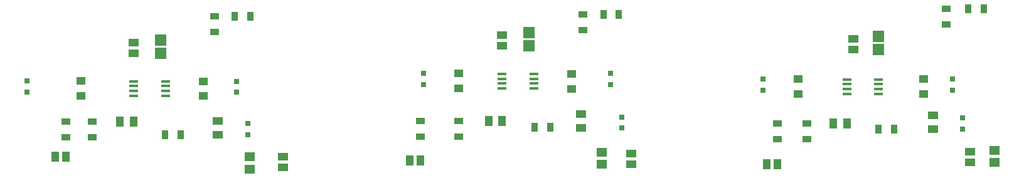
<source format=gtp>
G04*
G04 #@! TF.GenerationSoftware,Altium Limited,Altium Designer,22.5.1 (42)*
G04*
G04 Layer_Color=8421504*
%FSLAX43Y43*%
%MOMM*%
G71*
G04*
G04 #@! TF.SameCoordinates,2A2A3854-17DD-444F-B545-0734B4948F52*
G04*
G04*
G04 #@! TF.FilePolarity,Positive*
G04*
G01*
G75*
%ADD16R,1.450X1.050*%
%ADD17R,1.300X0.900*%
%ADD18R,0.900X1.200*%
%ADD19R,0.900X1.300*%
%ADD20R,0.750X0.800*%
%ADD21R,1.356X1.055*%
%ADD22R,1.300X1.000*%
%ADD23R,1.556X1.505*%
%ADD24R,1.456X1.255*%
%ADD25R,1.303X0.456*%
%ADD26R,1.050X1.450*%
%ADD27R,1.055X1.356*%
D16*
X133000Y59000D02*
D03*
Y60850D02*
D03*
X85500Y61000D02*
D03*
Y59150D02*
D03*
X36500Y60100D02*
D03*
Y58250D02*
D03*
D17*
X134750Y73150D02*
D03*
Y75250D02*
D03*
X36000Y74250D02*
D03*
Y72150D02*
D03*
X116000Y59750D02*
D03*
Y57650D02*
D03*
X112000D02*
D03*
Y59750D02*
D03*
X63798Y60100D02*
D03*
Y58000D02*
D03*
X69000Y60100D02*
D03*
Y58000D02*
D03*
X85750Y74500D02*
D03*
Y72400D02*
D03*
X19500Y60000D02*
D03*
Y57900D02*
D03*
X16000Y60000D02*
D03*
Y57900D02*
D03*
D18*
X137750Y75250D02*
D03*
X139850D02*
D03*
X38750Y74250D02*
D03*
X40850D02*
D03*
X88500Y74500D02*
D03*
X90600D02*
D03*
D19*
X79250Y59250D02*
D03*
X81350D02*
D03*
X125650Y59000D02*
D03*
X127750D02*
D03*
X29376Y58241D02*
D03*
X31476D02*
D03*
D20*
X91000Y59150D02*
D03*
Y60650D02*
D03*
X89500Y66500D02*
D03*
Y65000D02*
D03*
X135625Y65750D02*
D03*
Y64250D02*
D03*
X110000Y65750D02*
D03*
Y64250D02*
D03*
X137000Y59000D02*
D03*
Y60500D02*
D03*
X64250Y66500D02*
D03*
Y65000D02*
D03*
X10750Y65500D02*
D03*
Y64000D02*
D03*
X40500Y59750D02*
D03*
Y58250D02*
D03*
X39000Y63975D02*
D03*
Y65475D02*
D03*
D21*
X25100Y70702D02*
D03*
Y69250D02*
D03*
X122250Y71202D02*
D03*
Y69750D02*
D03*
X138000Y54500D02*
D03*
Y55952D02*
D03*
X74850Y71702D02*
D03*
Y70250D02*
D03*
X92250Y55702D02*
D03*
Y54250D02*
D03*
X45250Y53798D02*
D03*
Y55250D02*
D03*
D22*
X84250Y66450D02*
D03*
Y64450D02*
D03*
X131750Y65750D02*
D03*
Y63750D02*
D03*
X114750Y65750D02*
D03*
Y63750D02*
D03*
X69000Y66500D02*
D03*
Y64500D02*
D03*
X18000Y65500D02*
D03*
Y63500D02*
D03*
X34500Y63475D02*
D03*
Y65475D02*
D03*
D23*
X28750Y71062D02*
D03*
Y69250D02*
D03*
X125650Y71562D02*
D03*
Y69750D02*
D03*
X78500Y72062D02*
D03*
Y70250D02*
D03*
D24*
X40750Y55250D02*
D03*
Y53598D02*
D03*
X141250Y54500D02*
D03*
Y56152D02*
D03*
X88250Y55902D02*
D03*
Y54250D02*
D03*
D25*
X29400Y63525D02*
D03*
Y64175D02*
D03*
Y64825D02*
D03*
Y65475D02*
D03*
X25100D02*
D03*
Y64825D02*
D03*
Y64175D02*
D03*
Y63525D02*
D03*
X121350Y63775D02*
D03*
Y64425D02*
D03*
Y65075D02*
D03*
Y65725D02*
D03*
X125650D02*
D03*
Y65075D02*
D03*
Y64425D02*
D03*
Y63775D02*
D03*
X74850Y64500D02*
D03*
Y65150D02*
D03*
Y65800D02*
D03*
Y66450D02*
D03*
X79150D02*
D03*
Y65800D02*
D03*
Y65150D02*
D03*
Y64500D02*
D03*
D26*
X121350Y59750D02*
D03*
X119500D02*
D03*
X74850Y60100D02*
D03*
X73000D02*
D03*
X25100Y60000D02*
D03*
X23250D02*
D03*
D27*
X110548Y54250D02*
D03*
X112000D02*
D03*
X62347Y54750D02*
D03*
X63798D02*
D03*
X14548Y55250D02*
D03*
X16000D02*
D03*
M02*

</source>
